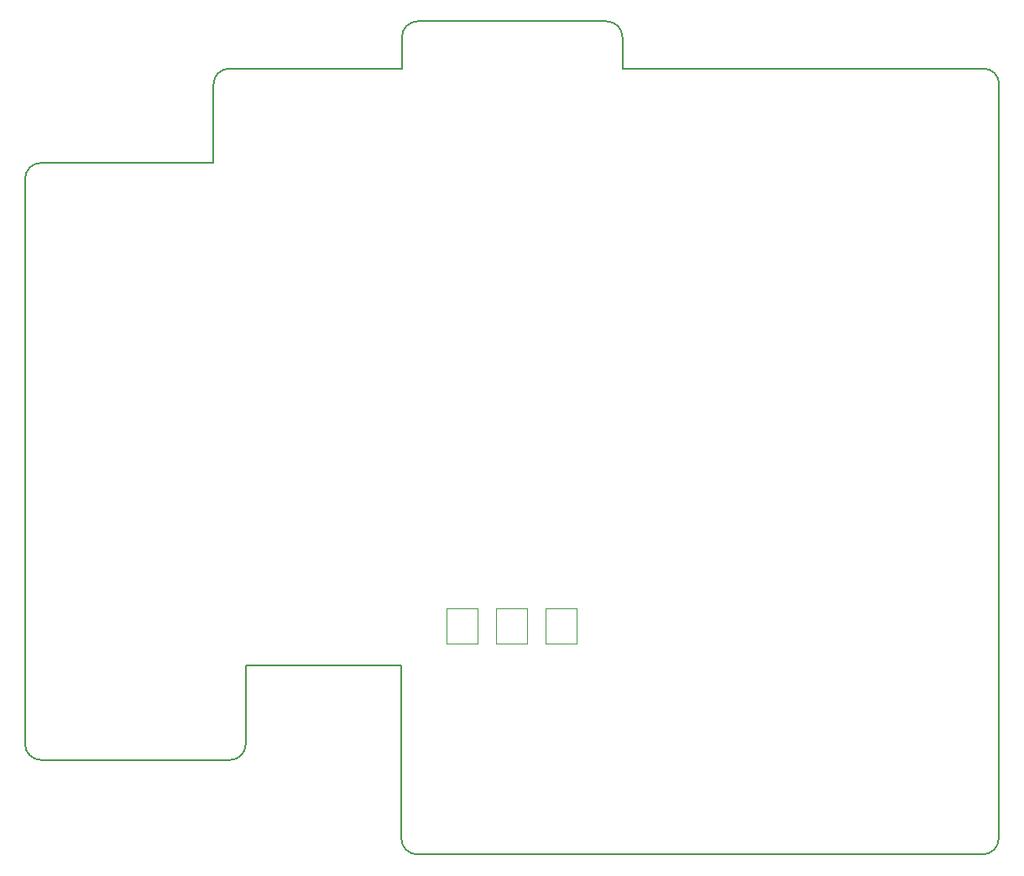
<source format=gbr>
%TF.GenerationSoftware,KiCad,Pcbnew,9.0.4*%
%TF.CreationDate,2025-08-20T23:04:38+02:00*%
%TF.ProjectId,PlusMinus38,506c7573-4d69-46e7-9573-33382e6b6963,v1.0.0*%
%TF.SameCoordinates,Original*%
%TF.FileFunction,Profile,NP*%
%FSLAX46Y46*%
G04 Gerber Fmt 4.6, Leading zero omitted, Abs format (unit mm)*
G04 Created by KiCad (PCBNEW 9.0.4) date 2025-08-20 23:04:38*
%MOMM*%
%LPD*%
G01*
G04 APERTURE LIST*
%TA.AperFunction,Profile*%
%ADD10C,0.150000*%
%TD*%
%TA.AperFunction,Profile*%
%ADD11C,0.120000*%
%TD*%
G04 APERTURE END LIST*
D10*
X77765000Y-120317500D02*
X134815000Y-120317500D01*
X38215000Y-52142500D02*
G75*
G02*
X39815000Y-50542500I1600000J0D01*
G01*
X98465000Y-41017500D02*
X98465000Y-37855000D01*
X136465000Y-99667500D02*
X136465000Y-42617500D01*
X57215000Y-42617500D02*
G75*
G02*
X58815000Y-41017500I1600000J0D01*
G01*
X98465000Y-41017500D02*
X134865000Y-41017500D01*
X136415000Y-118717500D02*
G75*
G02*
X134815000Y-120317500I-1600000J0D01*
G01*
X76215000Y-41017500D02*
X58815000Y-41017500D01*
X60465000Y-109192500D02*
G75*
G02*
X58865000Y-110792500I-1600000J0D01*
G01*
X39815000Y-110792500D02*
X58865000Y-110792500D01*
X76215000Y-37855000D02*
G75*
G02*
X77815000Y-36255000I1600000J0D01*
G01*
X39815000Y-110792500D02*
G75*
G02*
X38215000Y-109192500I0J1600000D01*
G01*
X136465000Y-99667500D02*
G75*
G02*
X136415000Y-100064363I-1600000J0D01*
G01*
X76215000Y-37855000D02*
X76215000Y-41017500D01*
X76165000Y-101267500D02*
X76165000Y-118717500D01*
X60465000Y-109192500D02*
X60465000Y-101267500D01*
X136415000Y-118717500D02*
X136415000Y-100064363D01*
X77765000Y-120317500D02*
G75*
G02*
X76165000Y-118717500I0J1600000D01*
G01*
X134865000Y-41017500D02*
G75*
G02*
X136465000Y-42617500I0J-1600000D01*
G01*
X60465000Y-101267500D02*
X76165000Y-101267500D01*
X38215000Y-109192500D02*
X38215000Y-52142500D01*
X96865000Y-36255000D02*
X77815000Y-36255000D01*
X57215000Y-42617500D02*
X57215000Y-50542500D01*
X96865000Y-36255000D02*
G75*
G02*
X98465000Y-37855000I0J-1600000D01*
G01*
X57215000Y-50542500D02*
X39815000Y-50542500D01*
%TO.C,LED1*%
D11*
X83840000Y-95486250D02*
X80740000Y-95486250D01*
X80740000Y-99086250D01*
X83840000Y-99086250D01*
X83840000Y-95486250D01*
X88840000Y-95486250D02*
X85740000Y-95486250D01*
X85740000Y-99086250D01*
X88840000Y-99086250D01*
X88840000Y-95486250D01*
X93840000Y-95486250D02*
X90740000Y-95486250D01*
X90740000Y-99086250D01*
X93840000Y-99086250D01*
X93840000Y-95486250D01*
%TD*%
M02*

</source>
